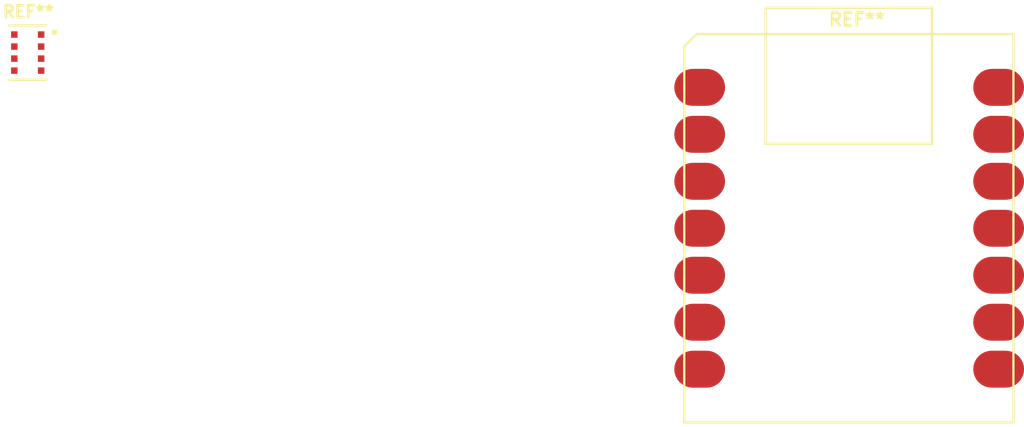
<source format=kicad_pcb>
(kicad_pcb (version 20240108) (generator "pcbnew") (generator_version "8.0")
  (layers (0 "F.Cu" signal) (31 "B.Cu" signal) (34 "B.Paste" user) (35 "F.Paste" user) (36 "B.SilkS" user "B.Silkscreen") (37 "F.SilkS" user "F.Silkscreen") (38 "B.Mask" user) (39 "F.Mask" user) (44 "Edge.Cuts" user))
  (net 0 "")
  (footprint "Seeeduino-XIAO-ESP32C3-KiCAD-Library (1):CDD Circuit" (layer "F.Cu") (at 151.5 99.5)
    (property "Reference" "REF**" (at 9.3345 -21.7805 0) (layer "F.SilkS") (effects (font (size 0.7 0.7))))
    (property "Value" "CDD Circuit")
    (fp_line (start 0 -20.3285) (end 0 0) (stroke (width 0.127)) (layer "F.SilkS"))
    (fp_line (start 0 0) (end 17.8 0) (stroke (width 0.127)) (layer "F.SilkS"))
    (fp_line (start 0.671541 -21) (end 0 -20.3285) (stroke (width 0.127)) (layer "F.SilkS"))
    (fp_line (start 4.396 -15.072) (end 4.396 -22.425) (stroke (width 0.127)) (layer "F.SilkS"))
    (fp_line (start 4.4 -22.424) (end 13.395 -22.424) (stroke (width 0.127)) (layer "F.SilkS"))
    (fp_line (start 13.395 -22.424) (end 13.395 -15.072) (stroke (width 0.127)) (layer "F.SilkS"))
    (fp_line (start 13.395 -15.072) (end 4.396 -15.072) (stroke (width 0.127)) (layer "F.SilkS"))
    (fp_line (start 17.8 -21) (end 0.671541 -21) (stroke (width 0.127)) (layer "F.SilkS"))
    (fp_line (start 17.8 0) (end 17.8 -21) (stroke (width 0.127)) (layer "F.SilkS"))
    (pad "1" smd roundrect (at 0.835 -18.12) (size 2.75 2) (layers "F.Cu" "F.Paste" "F.Mask") (roundrect_rratio 0.5))
    (pad "2" smd roundrect (at 0.835 -15.58) (size 2.75 2) (layers "F.Cu" "F.Paste" "F.Mask") (roundrect_rratio 0.5))
    (pad "3" smd roundrect (at 0.835 -13.04) (size 2.75 2) (layers "F.Cu" "F.Paste" "F.Mask") (roundrect_rratio 0.5))
    (pad "4" smd roundrect (at 0.835 -10.5) (size 2.75 2) (layers "F.Cu" "F.Paste" "F.Mask") (roundrect_rratio 0.5))
    (pad "5" smd roundrect (at 0.835 -7.96) (size 2.75 2) (layers "F.Cu" "F.Paste" "F.Mask") (roundrect_rratio 0.5))
    (pad "6" smd roundrect (at 0.835 -5.42) (size 2.75 2) (layers "F.Cu" "F.Paste" "F.Mask") (roundrect_rratio 0.5))
    (pad "7" smd roundrect (at 0.835 -2.88) (size 2.75 2) (layers "F.Cu" "F.Paste" "F.Mask") (roundrect_rratio 0.5))
    (pad "8" smd roundrect (at 17 -2.88) (size 2.75 2) (layers "F.Cu" "F.Paste" "F.Mask") (roundrect_rratio 0.5))
    (pad "9" smd roundrect (at 17 -5.42) (size 2.75 2) (layers "F.Cu" "F.Paste" "F.Mask") (roundrect_rratio 0.5))
    (pad "10" smd roundrect (at 17 -7.96) (size 2.75 2) (layers "F.Cu" "F.Paste" "F.Mask") (roundrect_rratio 0.5))
    (pad "11" smd roundrect (at 17 -10.5) (size 2.75 2) (layers "F.Cu" "F.Paste" "F.Mask") (roundrect_rratio 0.5))
    (pad "12" smd roundrect (at 17 -13.04) (size 2.75 2) (layers "F.Cu" "F.Paste" "F.Mask") (roundrect_rratio 0.5))
    (pad "13" smd roundrect (at 17 -15.58) (size 2.75 2) (layers "F.Cu" "F.Paste" "F.Mask") (roundrect_rratio 0.5))
    (pad "14" smd roundrect (at 17 -18.12) (size 2.75 2) (layers "F.Cu" "F.Paste" "F.Mask") (roundrect_rratio 0.5))
  )
  (footprint "Seeeduino-XIAO-ESP32C3-KiCAD-Library (1):XDCR_DPS368XTSA1" (layer "F.Cu") (at 116 79.5)
    (property "Reference" "REF**" (at 0.032 -2.2064 0) (layer "F.SilkS") (effects (font (size 0.64 0.64))))
    (property "Value" "XDCR_DPS368XTSA1")
    (fp_line (start -1 -1.47) (end 1 -1.47) (stroke (width 0.127)) (layer "F.SilkS"))
    (fp_line (start -1 1.47) (end 1 1.47) (stroke (width 0.127)) (layer "F.SilkS"))
    (fp_circle (center 1.45 -1.1) (end 1.53 -1.1) (stroke (width 0.16)) (fill none) (layer "F.SilkS"))
    (pad "1" smd rect (at 0.725 -0.975) (size 0.35 0.35) (layers "F.Cu" "F.Mask"))
    (pad "2" smd rect (at 0.725 -0.325) (size 0.35 0.35) (layers "F.Cu" "F.Mask"))
    (pad "3" smd rect (at 0.725 0.325) (size 0.35 0.35) (layers "F.Cu" "F.Mask"))
    (pad "4" smd rect (at 0.725 0.975) (size 0.35 0.35) (layers "F.Cu" "F.Mask"))
    (pad "5" smd rect (at -0.725 0.975) (size 0.35 0.35) (layers "F.Cu" "F.Mask"))
    (pad "6" smd rect (at -0.725 0.325) (size 0.35 0.35) (layers "F.Cu" "F.Mask"))
    (pad "7" smd rect (at -0.725 -0.325) (size 0.35 0.35) (layers "F.Cu" "F.Mask"))
    (pad "8" smd rect (at -0.725 -0.975) (size 0.35 0.35) (layers "F.Cu" "F.Mask"))
  )
)
</source>
